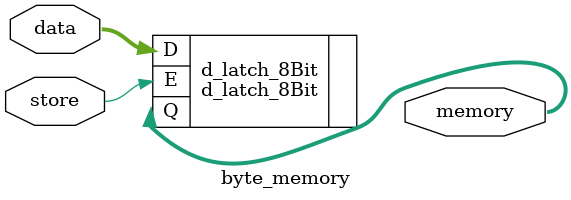
<source format=v>
module byte_memory(
    input [7:0] data,
    input store,
    output [7:0] memory
);

    d_latch_8Bit d_latch_8Bit(
        .D(data),
        .E(store),
        .Q(memory)
    );
            
endmodule
</source>
